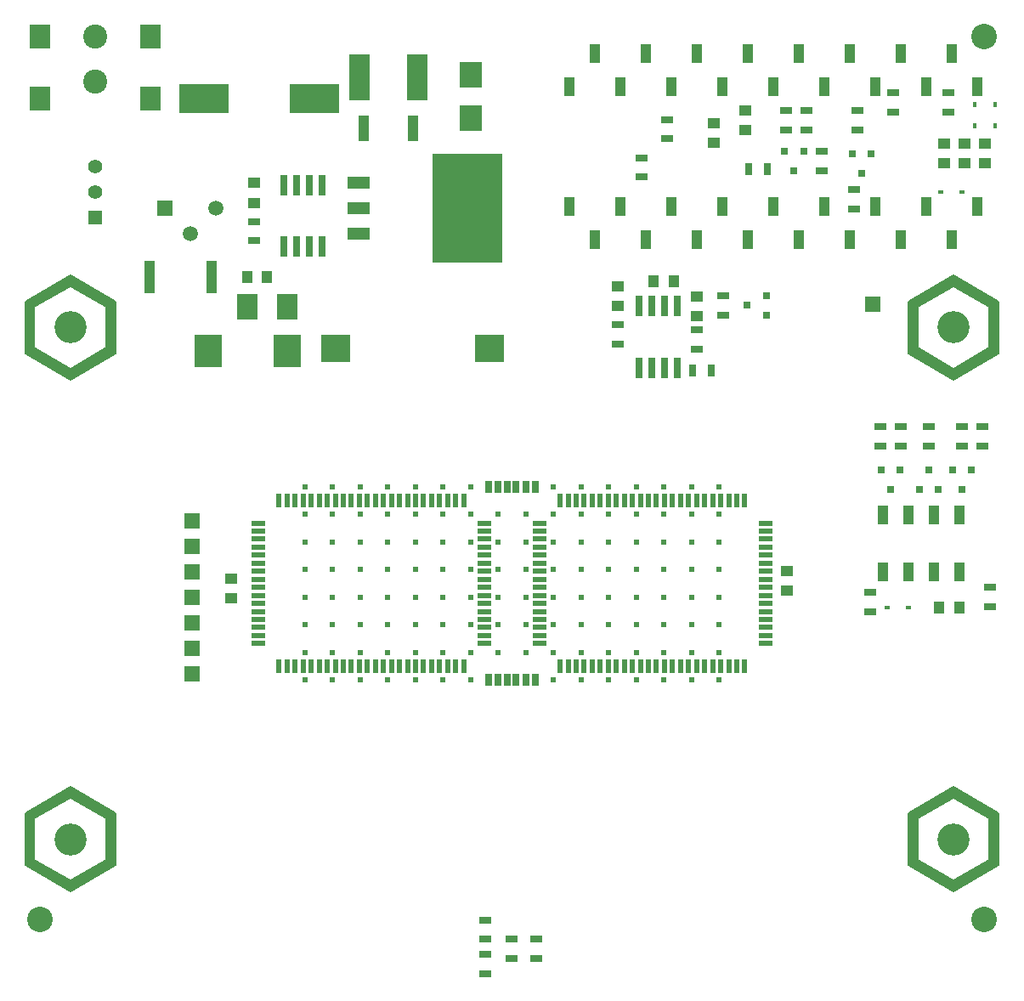
<source format=gbr>
G04 #@! TF.FileFunction,Soldermask,Bot*
%FSLAX46Y46*%
G04 Gerber Fmt 4.6, Leading zero omitted, Abs format (unit mm)*
G04 Created by KiCad (PCBNEW 4.1.0-alpha+201605191647+6814~44~ubuntu14.04.1-product) date Tue May 24 14:16:21 2016*
%MOMM*%
%LPD*%
G01*
G04 APERTURE LIST*
%ADD10C,0.100000*%
%ADD11C,0.150000*%
%ADD12C,1.000000*%
%ADD13R,0.660400X2.032000*%
%ADD14R,1.020000X1.900000*%
%ADD15C,1.510000*%
%ADD16R,1.510000X1.510000*%
%ADD17R,1.000000X3.200000*%
%ADD18R,1.000000X2.500000*%
%ADD19R,2.920000X2.790000*%
%ADD20R,2.286000X1.143000*%
%ADD21R,6.997700X10.800080*%
%ADD22R,1.000000X1.250000*%
%ADD23R,1.250000X1.000000*%
%ADD24R,2.000000X2.500000*%
%ADD25R,1.300000X0.700000*%
%ADD26R,5.000000X3.000000*%
%ADD27R,2.700000X3.200000*%
%ADD28R,1.020000X1.850000*%
%ADD29C,2.400000*%
%ADD30R,2.000000X2.400000*%
%ADD31R,0.450000X0.590000*%
%ADD32R,0.590000X0.450000*%
%ADD33R,0.800100X0.800100*%
%ADD34R,0.700000X1.300000*%
%ADD35R,1.501140X1.501140*%
%ADD36R,1.397000X1.397000*%
%ADD37C,1.397000*%
%ADD38R,2.000000X4.600000*%
%ADD39R,2.300000X2.500000*%
%ADD40R,0.500000X1.480000*%
%ADD41R,1.480000X0.500000*%
%ADD42C,2.540000*%
%ADD43C,0.604800*%
%ADD44R,0.800000X1.300000*%
%ADD45C,3.200000*%
G04 APERTURE END LIST*
D10*
D11*
X139500000Y-71402000D02*
X139500000Y-76598000D01*
X148500000Y-71402000D02*
X148500000Y-76598000D01*
X144000000Y-68804000D02*
X148500000Y-71402000D01*
X139500000Y-71402000D02*
X144000000Y-68804000D01*
X144000000Y-79196000D02*
X139500000Y-76598000D01*
X148500000Y-76598000D02*
X144000000Y-79196000D01*
D12*
X140000000Y-71700000D02*
X144000000Y-69400000D01*
X140000000Y-76300000D02*
X140000000Y-71700000D01*
X144000000Y-78600000D02*
X140000000Y-76300000D01*
X148000000Y-76300000D02*
X144000000Y-78600000D01*
X148000000Y-71700000D02*
X148000000Y-76300000D01*
X144000000Y-69400000D02*
X148000000Y-71700000D01*
D11*
X139500000Y-122402000D02*
X139500000Y-127598000D01*
X148500000Y-122402000D02*
X148500000Y-127598000D01*
X144000000Y-119804000D02*
X148500000Y-122402000D01*
X139500000Y-122402000D02*
X144000000Y-119804000D01*
X144000000Y-130196000D02*
X139500000Y-127598000D01*
X148500000Y-127598000D02*
X144000000Y-130196000D01*
D12*
X140000000Y-122700000D02*
X144000000Y-120400000D01*
X140000000Y-127300000D02*
X140000000Y-122700000D01*
X144000000Y-129600000D02*
X140000000Y-127300000D01*
X148000000Y-127300000D02*
X144000000Y-129600000D01*
X148000000Y-122700000D02*
X148000000Y-127300000D01*
X144000000Y-120400000D02*
X148000000Y-122700000D01*
D11*
X51500000Y-122402000D02*
X51500000Y-127598000D01*
X60500000Y-122402000D02*
X60500000Y-127598000D01*
X56000000Y-119804000D02*
X60500000Y-122402000D01*
X51500000Y-122402000D02*
X56000000Y-119804000D01*
X56000000Y-130196000D02*
X51500000Y-127598000D01*
X60500000Y-127598000D02*
X56000000Y-130196000D01*
D12*
X52000000Y-122700000D02*
X56000000Y-120400000D01*
X52000000Y-127300000D02*
X52000000Y-122700000D01*
X56000000Y-129600000D02*
X52000000Y-127300000D01*
X60000000Y-127300000D02*
X56000000Y-129600000D01*
X60000000Y-122700000D02*
X60000000Y-127300000D01*
X56000000Y-120400000D02*
X60000000Y-122700000D01*
D11*
X51500000Y-71402000D02*
X51500000Y-76598000D01*
X60500000Y-71402000D02*
X60500000Y-76598000D01*
X56000000Y-68804000D02*
X60500000Y-71402000D01*
X51500000Y-71402000D02*
X56000000Y-68804000D01*
X56000000Y-79196000D02*
X51500000Y-76598000D01*
X60500000Y-76598000D02*
X56000000Y-79196000D01*
D12*
X52000000Y-71700000D02*
X56000000Y-69400000D01*
X52000000Y-76300000D02*
X52000000Y-71700000D01*
X56000000Y-78600000D02*
X52000000Y-76300000D01*
X60000000Y-76300000D02*
X56000000Y-78600000D01*
X60000000Y-71700000D02*
X60000000Y-76300000D01*
X56000000Y-69400000D02*
X60000000Y-71700000D01*
D13*
X116507000Y-78030400D03*
X115237000Y-78030400D03*
X113967000Y-78030400D03*
X112697000Y-78030400D03*
X112697000Y-71883600D03*
X113967000Y-71883600D03*
X115237000Y-71883600D03*
X116507000Y-71883600D03*
D14*
X146320000Y-61970000D03*
X143780000Y-65270000D03*
X141240000Y-61970000D03*
X138700000Y-65270000D03*
X136160000Y-61970000D03*
X133620000Y-65270000D03*
X131080000Y-61970000D03*
X128540000Y-65270000D03*
X126000000Y-61970000D03*
X123460000Y-65270000D03*
X118380000Y-65270000D03*
X113300000Y-65270000D03*
X108220000Y-65270000D03*
X105680000Y-61970000D03*
X115840000Y-61970000D03*
X110760000Y-61970000D03*
X120920000Y-61970000D03*
X136160000Y-50030000D03*
X141240000Y-50030000D03*
X131080000Y-50030000D03*
X146320000Y-50030000D03*
X143780000Y-46730000D03*
X138700000Y-46730000D03*
X133620000Y-46730000D03*
X128540000Y-46730000D03*
X126000000Y-50030000D03*
X123460000Y-46730000D03*
X120920000Y-50030000D03*
X118380000Y-46730000D03*
X115840000Y-50030000D03*
X113300000Y-46730000D03*
X110760000Y-50030000D03*
X108220000Y-46730000D03*
X105680000Y-50030000D03*
D15*
X70536000Y-62154000D03*
D16*
X65456000Y-62154000D03*
D15*
X67996000Y-64694000D03*
D17*
X70074000Y-68994000D03*
X63874000Y-68994000D03*
D18*
X90125000Y-54135000D03*
X85225000Y-54135000D03*
D19*
X82409000Y-76092000D03*
X97779000Y-76092000D03*
D20*
X84760000Y-62122000D03*
D21*
X95555000Y-62122000D03*
D20*
X84760000Y-59582000D03*
X84760000Y-64662000D03*
D22*
X75594000Y-68994000D03*
X73594000Y-68994000D03*
D23*
X74340000Y-59612000D03*
X74340000Y-61612000D03*
D24*
X77610000Y-71915000D03*
X73610000Y-71915000D03*
D25*
X74340000Y-63472000D03*
X74340000Y-65372000D03*
D26*
X80354000Y-51200000D03*
X69354000Y-51200000D03*
D27*
X77655000Y-76360000D03*
X69755000Y-76360000D03*
D23*
X120104000Y-53618000D03*
X120104000Y-55618000D03*
X145082000Y-57669000D03*
X145082000Y-55669000D03*
X123238000Y-54367000D03*
X123238000Y-52367000D03*
X143050000Y-55669000D03*
X143050000Y-57669000D03*
D28*
X144574000Y-92706000D03*
X142034000Y-92706000D03*
X139494000Y-92706000D03*
X136954000Y-92706000D03*
X144574000Y-98356000D03*
X142034000Y-98356000D03*
X139494000Y-98356000D03*
X136954000Y-98356000D03*
D29*
X58500000Y-49500000D03*
D30*
X53000000Y-45000000D03*
X64000000Y-45000000D03*
X53000000Y-51200000D03*
X64000000Y-51200000D03*
D29*
X58500000Y-45000000D03*
D25*
X112954000Y-59024000D03*
X112954000Y-57124000D03*
X143472000Y-52520000D03*
X143472000Y-50620000D03*
D23*
X147114000Y-57669000D03*
X147114000Y-55669000D03*
D31*
X148130000Y-51804000D03*
X148130000Y-53914000D03*
D32*
X144867000Y-60479000D03*
X142757000Y-60479000D03*
D33*
X133886000Y-56665240D03*
X135786000Y-56665240D03*
X134836000Y-58664220D03*
X127155000Y-56411240D03*
X129055000Y-56411240D03*
X128105000Y-58410220D03*
D25*
X121082000Y-72764000D03*
X121082000Y-70864000D03*
X115494000Y-53314000D03*
X115494000Y-55214000D03*
D34*
X123558000Y-58193000D03*
X125458000Y-58193000D03*
D25*
X134074000Y-62172000D03*
X134074000Y-60272000D03*
X130899000Y-58362000D03*
X130899000Y-56462000D03*
X127302000Y-52417000D03*
X127302000Y-54317000D03*
X137970000Y-50639000D03*
X137970000Y-52539000D03*
X134414000Y-52417000D03*
X134414000Y-54317000D03*
D31*
X146098000Y-51804000D03*
X146098000Y-53914000D03*
D33*
X125384760Y-70864000D03*
X125384760Y-72764000D03*
X123385780Y-71814000D03*
D25*
X129334000Y-52417000D03*
X129334000Y-54317000D03*
D35*
X68120000Y-103405000D03*
D23*
X127432000Y-98246000D03*
X127432000Y-100246000D03*
X72060000Y-101008000D03*
X72060000Y-99008000D03*
D36*
X58500000Y-63040000D03*
D37*
X58500000Y-60500000D03*
X58500000Y-57960000D03*
D38*
X90575000Y-49055000D03*
X84775000Y-49055000D03*
D39*
X95930000Y-48810000D03*
X95930000Y-53110000D03*
D13*
X77267000Y-59810600D03*
X78537000Y-59810600D03*
X79807000Y-59810600D03*
X81077000Y-59810600D03*
X81077000Y-65957400D03*
X79807000Y-65957400D03*
X78537000Y-65957400D03*
X77267000Y-65957400D03*
D25*
X102410000Y-136867000D03*
X102410000Y-134967000D03*
X99997000Y-134967000D03*
X99997000Y-136867000D03*
X97330000Y-136491000D03*
X97330000Y-138391000D03*
X97330000Y-133062000D03*
X97330000Y-134962000D03*
D40*
X95200000Y-107740000D03*
X94400000Y-107740000D03*
X93600000Y-107740000D03*
X92800000Y-107740000D03*
X92000000Y-107740000D03*
X91200000Y-107740000D03*
X90400000Y-107740000D03*
X89600000Y-107740000D03*
X88800000Y-107740000D03*
X88000000Y-107740000D03*
X87200000Y-107740000D03*
X86400000Y-107740000D03*
X85600000Y-107740000D03*
X84800000Y-107740000D03*
X84000000Y-107740000D03*
X83200000Y-107740000D03*
X82400000Y-107740000D03*
X81600000Y-107740000D03*
X80800000Y-107740000D03*
X80000000Y-107740000D03*
X79200000Y-107740000D03*
X78400000Y-107740000D03*
X77600000Y-107740000D03*
X76800000Y-107740000D03*
D41*
X74760000Y-105500000D03*
X74760000Y-104700000D03*
X74760000Y-103900000D03*
X74760000Y-103100000D03*
X74760000Y-102300000D03*
X74760000Y-101500000D03*
X74760000Y-100700000D03*
X74760000Y-99900000D03*
X74760000Y-99100000D03*
X74760000Y-98300000D03*
X74760000Y-97500000D03*
X74760000Y-96700000D03*
X74760000Y-95900000D03*
X74760000Y-95100000D03*
X74760000Y-94300000D03*
X74760000Y-93500000D03*
D40*
X76800000Y-91260000D03*
X77600000Y-91260000D03*
X78400000Y-91260000D03*
X79200000Y-91260000D03*
X80000000Y-91260000D03*
X80800000Y-91260000D03*
X81600000Y-91260000D03*
X82400000Y-91260000D03*
X83200000Y-91260000D03*
X84000000Y-91260000D03*
X84800000Y-91260000D03*
X85600000Y-91260000D03*
X86400000Y-91260000D03*
X87200000Y-91260000D03*
X88000000Y-91260000D03*
X88800000Y-91260000D03*
X89600000Y-91260000D03*
X90400000Y-91260000D03*
X91200000Y-91260000D03*
X92000000Y-91260000D03*
X92800000Y-91260000D03*
X93600000Y-91260000D03*
X94400000Y-91260000D03*
X95200000Y-91260000D03*
D41*
X97240000Y-93500000D03*
X97240000Y-94300000D03*
X97240000Y-95100000D03*
X97240000Y-95900000D03*
X97240000Y-96700000D03*
X97240000Y-97500000D03*
X97240000Y-98300000D03*
X97240000Y-99100000D03*
X97240000Y-99900000D03*
X97240000Y-100700000D03*
X97240000Y-101500000D03*
X97240000Y-102300000D03*
X97240000Y-103100000D03*
X97240000Y-103900000D03*
X97240000Y-104700000D03*
X97240000Y-105500000D03*
D40*
X104800000Y-91260000D03*
X105600000Y-91260000D03*
X106400000Y-91260000D03*
X107200000Y-91260000D03*
X108000000Y-91260000D03*
X108800000Y-91260000D03*
X109600000Y-91260000D03*
X110400000Y-91260000D03*
X111200000Y-91260000D03*
X112000000Y-91260000D03*
X112800000Y-91260000D03*
X113600000Y-91260000D03*
X114400000Y-91260000D03*
X115200000Y-91260000D03*
X116000000Y-91260000D03*
X116800000Y-91260000D03*
X117600000Y-91260000D03*
X118400000Y-91260000D03*
X119200000Y-91260000D03*
X120000000Y-91260000D03*
X120800000Y-91260000D03*
X121600000Y-91260000D03*
X122400000Y-91260000D03*
X123200000Y-91260000D03*
D41*
X125240000Y-93500000D03*
X125240000Y-94300000D03*
X125240000Y-95100000D03*
X125240000Y-95900000D03*
X125240000Y-96700000D03*
X125240000Y-97500000D03*
X125240000Y-98300000D03*
X125240000Y-99100000D03*
X125240000Y-99900000D03*
X125240000Y-100700000D03*
X125240000Y-101500000D03*
X125240000Y-102300000D03*
X125240000Y-103100000D03*
X125240000Y-103900000D03*
X125240000Y-104700000D03*
X125240000Y-105500000D03*
D40*
X123200000Y-107740000D03*
X122400000Y-107740000D03*
X121600000Y-107740000D03*
X120800000Y-107740000D03*
X120000000Y-107740000D03*
X119200000Y-107740000D03*
X118400000Y-107740000D03*
X117600000Y-107740000D03*
X116800000Y-107740000D03*
X116000000Y-107740000D03*
X115200000Y-107740000D03*
X114400000Y-107740000D03*
X113600000Y-107740000D03*
X112800000Y-107740000D03*
X112000000Y-107740000D03*
X111200000Y-107740000D03*
X110400000Y-107740000D03*
X109600000Y-107740000D03*
X108800000Y-107740000D03*
X108000000Y-107740000D03*
X107200000Y-107740000D03*
X106400000Y-107740000D03*
X105600000Y-107740000D03*
X104800000Y-107740000D03*
D41*
X102760000Y-105500000D03*
X102760000Y-104700000D03*
X102760000Y-103900000D03*
X102760000Y-103100000D03*
X102760000Y-102300000D03*
X102760000Y-101500000D03*
X102760000Y-100700000D03*
X102760000Y-99900000D03*
X102760000Y-99100000D03*
X102760000Y-98300000D03*
X102760000Y-97500000D03*
X102760000Y-96700000D03*
X102760000Y-95900000D03*
X102760000Y-95100000D03*
X102760000Y-94300000D03*
X102760000Y-93500000D03*
D42*
X147000000Y-45000000D03*
X147000000Y-133000000D03*
X53000000Y-133000000D03*
D22*
X142558000Y-101881000D03*
X144558000Y-101881000D03*
D32*
X139533000Y-101881000D03*
X137423000Y-101881000D03*
D33*
X142476000Y-90181760D03*
X140576000Y-90181760D03*
X141526000Y-88182780D03*
X143878000Y-88180240D03*
X145778000Y-88180240D03*
X144828000Y-90179220D03*
X136766000Y-88180240D03*
X138666000Y-88180240D03*
X137716000Y-90179220D03*
D35*
X68120000Y-108485000D03*
X68120000Y-95785000D03*
X68120000Y-93245000D03*
X68120000Y-105945000D03*
X68120000Y-98325000D03*
X68120000Y-100865000D03*
X135938000Y-71655000D03*
D25*
X141526000Y-85813000D03*
X141526000Y-83913000D03*
X135684000Y-100423000D03*
X135684000Y-102323000D03*
X144828000Y-83913000D03*
X144828000Y-85813000D03*
X147622000Y-99915000D03*
X147622000Y-101815000D03*
X136700000Y-83913000D03*
X136700000Y-85813000D03*
X138732000Y-85813000D03*
X138732000Y-83913000D03*
X146860000Y-85813000D03*
X146860000Y-83913000D03*
D23*
X118412000Y-70909000D03*
X118412000Y-72909000D03*
D22*
X114110000Y-69369000D03*
X116110000Y-69369000D03*
D23*
X110538000Y-71893000D03*
X110538000Y-69893000D03*
D34*
X119870000Y-78259000D03*
X117970000Y-78259000D03*
D25*
X118412000Y-76161000D03*
X118412000Y-74261000D03*
X110538000Y-75653000D03*
X110538000Y-73753000D03*
D43*
X120625000Y-98125000D03*
X120625000Y-95375000D03*
X120625000Y-92625000D03*
X120625000Y-89875000D03*
X117875000Y-98125000D03*
X117875000Y-95375000D03*
X117875000Y-89875000D03*
X117875000Y-92625000D03*
X115125000Y-98125000D03*
X115125000Y-92625000D03*
X115125000Y-89875000D03*
X115125000Y-95375000D03*
X112375000Y-98125000D03*
X112375000Y-89875000D03*
X112375000Y-92625000D03*
X112375000Y-95375000D03*
X109625000Y-98125000D03*
X109625000Y-89875000D03*
X109625000Y-92625000D03*
X109625000Y-95375000D03*
X106875000Y-89875000D03*
X106875000Y-92625000D03*
X106875000Y-95375000D03*
X106875000Y-98125000D03*
X104125000Y-89875000D03*
X101375000Y-92625000D03*
X104125000Y-95375000D03*
X101375000Y-95375000D03*
X104125000Y-92625000D03*
X101375000Y-89875000D03*
X101375000Y-98125000D03*
X104125000Y-98125000D03*
X104125000Y-100875000D03*
X101375000Y-100875000D03*
X101375000Y-109125000D03*
X104125000Y-106375000D03*
X104125000Y-103625000D03*
X101375000Y-103625000D03*
X101375000Y-106375000D03*
X104125000Y-109125000D03*
X106875000Y-100875000D03*
X106875000Y-103625000D03*
X106875000Y-106375000D03*
X106875000Y-109125000D03*
X109625000Y-103625000D03*
X109625000Y-106375000D03*
X109625000Y-109125000D03*
X109625000Y-100875000D03*
X112375000Y-103625000D03*
X112375000Y-106375000D03*
X112375000Y-109125000D03*
X112375000Y-100875000D03*
X115125000Y-103625000D03*
X115125000Y-109125000D03*
X115125000Y-106375000D03*
X115125000Y-100875000D03*
X117875000Y-106375000D03*
X117875000Y-109125000D03*
X117875000Y-103625000D03*
X117875000Y-100875000D03*
X120625000Y-109125000D03*
X120625000Y-106375000D03*
X120625000Y-103625000D03*
X120625000Y-100875000D03*
X98625000Y-109125000D03*
X95875000Y-109125000D03*
X93125000Y-109125000D03*
X90375000Y-109125000D03*
X87625000Y-109125000D03*
X84875000Y-109125000D03*
X82125000Y-109125000D03*
X79375000Y-109125000D03*
X98625000Y-106375000D03*
X95875000Y-106375000D03*
X93125000Y-106375000D03*
X90375000Y-106375000D03*
X87625000Y-106375000D03*
X84875000Y-106375000D03*
X82125000Y-106375000D03*
X79375000Y-106375000D03*
X98625000Y-103625000D03*
X95875000Y-103625000D03*
X93125000Y-103625000D03*
X90375000Y-103625000D03*
X87625000Y-103625000D03*
X84875000Y-103625000D03*
X82125000Y-103625000D03*
X79375000Y-103625000D03*
X98625000Y-100875000D03*
X95875000Y-100875000D03*
X93125000Y-100875000D03*
X90375000Y-100875000D03*
X87625000Y-100875000D03*
X84875000Y-100875000D03*
X82125000Y-100875000D03*
X79375000Y-100875000D03*
X98625000Y-98125000D03*
X95875000Y-98125000D03*
X93125000Y-98125000D03*
X90375000Y-98125000D03*
X87625000Y-98125000D03*
X84875000Y-98125000D03*
X82125000Y-98125000D03*
X79375000Y-98125000D03*
X98625000Y-95375000D03*
X95875000Y-95375000D03*
X93125000Y-95375000D03*
X90375000Y-95375000D03*
X87625000Y-95375000D03*
X84875000Y-95375000D03*
X82125000Y-95375000D03*
X79375000Y-95375000D03*
X98625000Y-92625000D03*
X95875000Y-92625000D03*
X93125000Y-92625000D03*
X90375000Y-92625000D03*
X87625000Y-92625000D03*
X84875000Y-92625000D03*
X82125000Y-92625000D03*
X79375000Y-92625000D03*
X98625000Y-89875000D03*
X95875000Y-89875000D03*
X93125000Y-89875000D03*
X90375000Y-89875000D03*
X87625000Y-89875000D03*
X84875000Y-89875000D03*
X82125000Y-89875000D03*
X79375000Y-89875000D03*
D44*
X101370000Y-109104000D03*
D34*
X100420000Y-109104000D03*
X102320000Y-109104000D03*
D44*
X98620000Y-89854000D03*
D34*
X97670000Y-89854000D03*
X99570000Y-89854000D03*
D44*
X101370000Y-89854000D03*
D34*
X100420000Y-89854000D03*
X102320000Y-89854000D03*
D44*
X98620000Y-109104000D03*
D34*
X99570000Y-109104000D03*
X97670000Y-109104000D03*
D45*
X144000000Y-74000000D03*
X144000000Y-125000000D03*
X56000000Y-125000000D03*
X56000000Y-74000000D03*
M02*

</source>
